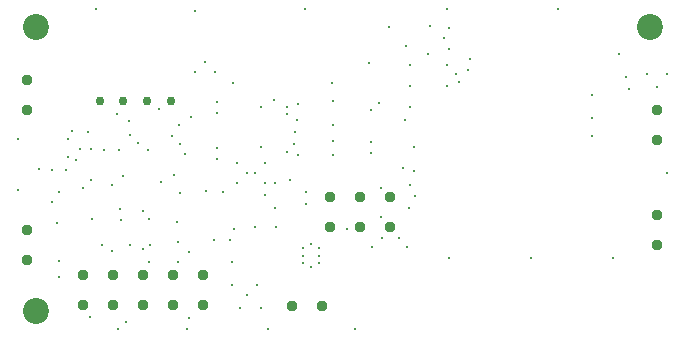
<source format=gbr>
%TF.GenerationSoftware,Altium Limited,Altium Designer,20.1.8 (145)*%
G04 Layer_Color=0*
%FSLAX45Y45*%
%MOMM*%
%TF.SameCoordinates,4FE69ECD-ABF1-445D-A2E8-605A74DE355E*%
%TF.FilePolarity,Positive*%
%TF.FileFunction,Plated,1,4,PTH,Drill*%
%TF.Part,Single*%
G01*
G75*
%TA.AperFunction,ComponentDrill*%
%ADD68C,0.75000*%
%ADD69C,0.95000*%
%TA.AperFunction,OtherDrill,Pad Free-1 (2mm,2mm)*%
%ADD70C,2.20000*%
%TA.AperFunction,OtherDrill,Pad Free-1 (2mm,26mm)*%
%ADD71C,2.20000*%
%TA.AperFunction,OtherDrill,Pad Free-1 (54mm,26mm)*%
%ADD72C,2.20000*%
%TA.AperFunction,ViaDrill,NotFilled*%
%ADD73C,0.30000*%
D68*
X742340Y1973580D02*
D03*
X942340D02*
D03*
X1142340D02*
D03*
X1342340D02*
D03*
D69*
X5461000Y1016000D02*
D03*
Y762000D02*
D03*
X127000Y2159000D02*
D03*
Y1905000D02*
D03*
Y635000D02*
D03*
Y889000D02*
D03*
X5461000Y1905000D02*
D03*
Y1651000D02*
D03*
X1616204Y247460D02*
D03*
X1362204D02*
D03*
X1108204D02*
D03*
X854204D02*
D03*
X600204D02*
D03*
Y501460D02*
D03*
X854204D02*
D03*
X1108204D02*
D03*
X1362204D02*
D03*
X1616204D02*
D03*
X2693799Y908317D02*
D03*
X2947799Y908318D02*
D03*
X3201799Y908317D02*
D03*
Y1162317D02*
D03*
X2947799Y1162317D02*
D03*
X2693799Y1162317D02*
D03*
X2367280Y242570D02*
D03*
X2621280D02*
D03*
D70*
X200000Y200000D02*
D03*
D71*
Y2600000D02*
D03*
D72*
X5400000D02*
D03*
D73*
X2227226Y1074032D02*
D03*
X5377180Y2204509D02*
D03*
X5138501Y2373219D02*
D03*
X3881055Y2331348D02*
D03*
X3864228Y2237248D02*
D03*
X3781562Y2136202D02*
D03*
X4910877Y1829799D02*
D03*
Y2027919D02*
D03*
X3762416Y2202180D02*
D03*
X3657600Y2512683D02*
D03*
X3187700Y2603500D02*
D03*
X2600960Y604740D02*
D03*
X2462110Y732384D02*
D03*
Y668562D02*
D03*
Y604740D02*
D03*
X2054860Y909320D02*
D03*
X2237386D02*
D03*
X1788410Y1209198D02*
D03*
X1645951Y1218580D02*
D03*
X1371507Y1348910D02*
D03*
X1393570Y954980D02*
D03*
X1420170Y1198201D02*
D03*
X1706280Y798220D02*
D03*
X1846749Y797032D02*
D03*
X1878474Y890360D02*
D03*
X987865Y1811582D02*
D03*
X886460Y1869440D02*
D03*
X1243666Y1912436D02*
D03*
X2408284Y1815642D02*
D03*
X3025795Y2300461D02*
D03*
X504029Y1719802D02*
D03*
X577988Y1573833D02*
D03*
X538293Y1480450D02*
D03*
X458354Y1390742D02*
D03*
X2488166Y1108456D02*
D03*
X710878Y2754219D02*
D03*
X2905020Y45780D02*
D03*
X3041334Y1632838D02*
D03*
X2353172Y1309553D02*
D03*
X2488166Y1210176D02*
D03*
X2105302Y1584900D02*
D03*
X1732859Y1582360D02*
D03*
X3368777Y1926439D02*
D03*
X3042124Y1536198D02*
D03*
X3328967Y1813478D02*
D03*
X3103723Y1961598D02*
D03*
X3041334Y1899209D02*
D03*
X382481Y947711D02*
D03*
X393480Y1207075D02*
D03*
X604391Y1241134D02*
D03*
X670723Y1307880D02*
D03*
X841930Y1269749D02*
D03*
X913963Y1064638D02*
D03*
X642602Y1714307D02*
D03*
X1356250Y1681990D02*
D03*
X2833639Y889706D02*
D03*
X3411534Y1172437D02*
D03*
X3371317Y1265297D02*
D03*
X3401423Y1383903D02*
D03*
X3307323Y1408773D02*
D03*
X3401423Y1584563D02*
D03*
X3119830Y1242934D02*
D03*
X3357424Y1075149D02*
D03*
X3124041Y992878D02*
D03*
X3130696Y818274D02*
D03*
X3272902D02*
D03*
X3049698Y739880D02*
D03*
X3341203D02*
D03*
X5547360Y1371600D02*
D03*
X675881Y980440D02*
D03*
X398723Y623960D02*
D03*
X657860Y147320D02*
D03*
X1497330Y139880D02*
D03*
X894284Y45780D02*
D03*
X965558Y107581D02*
D03*
X3700999Y2593176D02*
D03*
X3539265Y2613016D02*
D03*
X2323995Y1924179D02*
D03*
X2324796Y1865231D02*
D03*
X2386216Y1616990D02*
D03*
X2398542Y1711090D02*
D03*
X50860Y1221740D02*
D03*
X2418240Y1517125D02*
D03*
X2714640Y1517758D02*
D03*
Y1638409D02*
D03*
Y1771486D02*
D03*
X2714829Y1979261D02*
D03*
X2418240Y1954000D02*
D03*
X2323917Y1546212D02*
D03*
X3335859Y2439917D02*
D03*
X50860Y1652177D02*
D03*
X341335Y1126143D02*
D03*
X334982Y1390957D02*
D03*
X398723Y486385D02*
D03*
X1864040Y618160D02*
D03*
X1161794Y611120D02*
D03*
X1001030Y760202D02*
D03*
X1408171Y616466D02*
D03*
X472782Y1658620D02*
D03*
Y1501140D02*
D03*
X226683Y1402080D02*
D03*
X2712638Y2125980D02*
D03*
X3368776Y2278169D02*
D03*
X2484120Y2753995D02*
D03*
X3700716Y2418140D02*
D03*
X1261299Y1292948D02*
D03*
X672088Y1569646D02*
D03*
X1732859Y1485720D02*
D03*
X1732497Y1876990D02*
D03*
Y1971090D02*
D03*
X1545991Y2224150D02*
D03*
X1714989D02*
D03*
X1630490Y2310874D02*
D03*
X1872639Y2125980D02*
D03*
X1155505Y978645D02*
D03*
X4910877Y1680330D02*
D03*
X776930Y1561397D02*
D03*
X1167664Y760186D02*
D03*
X2227226Y1285240D02*
D03*
X2139926Y1179636D02*
D03*
X2138211Y1286679D02*
D03*
X2053011Y1370499D02*
D03*
X2138211Y1452880D02*
D03*
X5547360Y2204509D02*
D03*
X5462712Y2099874D02*
D03*
X5222277Y2080260D02*
D03*
X5195473Y2177405D02*
D03*
X1495335Y700914D02*
D03*
X1407566Y782983D02*
D03*
X1931692Y226060D02*
D03*
X2104267Y225860D02*
D03*
X1108204Y1049906D02*
D03*
X936030Y1345203D02*
D03*
X2214400Y1988820D02*
D03*
X1992365Y330717D02*
D03*
X1864396Y416740D02*
D03*
X2072585D02*
D03*
X757338Y757621D02*
D03*
X1902640Y1286679D02*
D03*
Y1452880D02*
D03*
X1988820Y1369780D02*
D03*
X1463283Y1524553D02*
D03*
X3368777Y2104509D02*
D03*
X1002345Y1692985D02*
D03*
X1413107Y1776090D02*
D03*
X1483972Y45780D02*
D03*
X2600960Y668562D02*
D03*
X2600960Y732384D02*
D03*
X2531360Y574260D02*
D03*
Y762864D02*
D03*
X841930Y709136D02*
D03*
X1424304Y1616967D02*
D03*
X1108204Y725775D02*
D03*
X3680176Y2104509D02*
D03*
X1148553Y1565478D02*
D03*
X1069216Y1623848D02*
D03*
X1512976Y1843885D02*
D03*
X5089128Y645780D02*
D03*
X4395820D02*
D03*
X3702512D02*
D03*
X2104805Y1924179D02*
D03*
X906930Y1561397D02*
D03*
X920920Y970539D02*
D03*
X3680931Y2753995D02*
D03*
X3679482Y2278169D02*
D03*
X4620214Y2753995D02*
D03*
X2169160Y45780D02*
D03*
X1548883Y2741295D02*
D03*
X3523811Y2373519D02*
D03*
%TF.MD5,055ac218aac382c3f706adc2d6f23cd6*%
M02*

</source>
